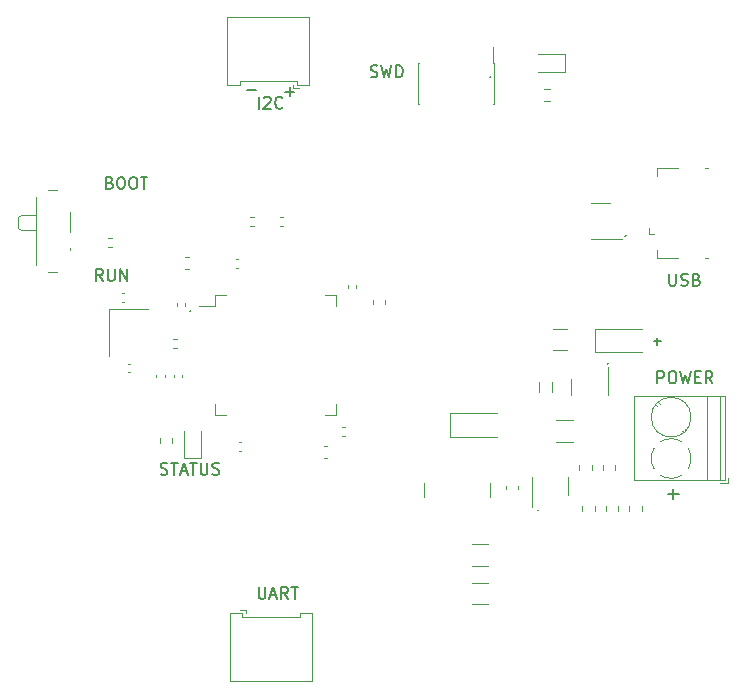
<source format=gbr>
%TF.GenerationSoftware,KiCad,Pcbnew,7.0.5*%
%TF.CreationDate,2023-07-30T01:34:42+05:30*%
%TF.ProjectId,STM32F4_test1,53544d33-3246-4345-9f74-657374312e6b,rev?*%
%TF.SameCoordinates,Original*%
%TF.FileFunction,Legend,Top*%
%TF.FilePolarity,Positive*%
%FSLAX46Y46*%
G04 Gerber Fmt 4.6, Leading zero omitted, Abs format (unit mm)*
G04 Created by KiCad (PCBNEW 7.0.5) date 2023-07-30 01:34:42*
%MOMM*%
%LPD*%
G01*
G04 APERTURE LIST*
%ADD10C,0.150000*%
%ADD11C,0.120000*%
G04 APERTURE END LIST*
D10*
X138314160Y-82922200D02*
X138457017Y-82969819D01*
X138457017Y-82969819D02*
X138695112Y-82969819D01*
X138695112Y-82969819D02*
X138790350Y-82922200D01*
X138790350Y-82922200D02*
X138837969Y-82874580D01*
X138837969Y-82874580D02*
X138885588Y-82779342D01*
X138885588Y-82779342D02*
X138885588Y-82684104D01*
X138885588Y-82684104D02*
X138837969Y-82588866D01*
X138837969Y-82588866D02*
X138790350Y-82541247D01*
X138790350Y-82541247D02*
X138695112Y-82493628D01*
X138695112Y-82493628D02*
X138504636Y-82446009D01*
X138504636Y-82446009D02*
X138409398Y-82398390D01*
X138409398Y-82398390D02*
X138361779Y-82350771D01*
X138361779Y-82350771D02*
X138314160Y-82255533D01*
X138314160Y-82255533D02*
X138314160Y-82160295D01*
X138314160Y-82160295D02*
X138361779Y-82065057D01*
X138361779Y-82065057D02*
X138409398Y-82017438D01*
X138409398Y-82017438D02*
X138504636Y-81969819D01*
X138504636Y-81969819D02*
X138742731Y-81969819D01*
X138742731Y-81969819D02*
X138885588Y-82017438D01*
X139218922Y-81969819D02*
X139457017Y-82969819D01*
X139457017Y-82969819D02*
X139647493Y-82255533D01*
X139647493Y-82255533D02*
X139837969Y-82969819D01*
X139837969Y-82969819D02*
X140076065Y-81969819D01*
X140457017Y-82969819D02*
X140457017Y-81969819D01*
X140457017Y-81969819D02*
X140695112Y-81969819D01*
X140695112Y-81969819D02*
X140837969Y-82017438D01*
X140837969Y-82017438D02*
X140933207Y-82112676D01*
X140933207Y-82112676D02*
X140980826Y-82207914D01*
X140980826Y-82207914D02*
X141028445Y-82398390D01*
X141028445Y-82398390D02*
X141028445Y-82541247D01*
X141028445Y-82541247D02*
X140980826Y-82731723D01*
X140980826Y-82731723D02*
X140933207Y-82826961D01*
X140933207Y-82826961D02*
X140837969Y-82922200D01*
X140837969Y-82922200D02*
X140695112Y-82969819D01*
X140695112Y-82969819D02*
X140457017Y-82969819D01*
X116220112Y-91896009D02*
X116362969Y-91943628D01*
X116362969Y-91943628D02*
X116410588Y-91991247D01*
X116410588Y-91991247D02*
X116458207Y-92086485D01*
X116458207Y-92086485D02*
X116458207Y-92229342D01*
X116458207Y-92229342D02*
X116410588Y-92324580D01*
X116410588Y-92324580D02*
X116362969Y-92372200D01*
X116362969Y-92372200D02*
X116267731Y-92419819D01*
X116267731Y-92419819D02*
X115886779Y-92419819D01*
X115886779Y-92419819D02*
X115886779Y-91419819D01*
X115886779Y-91419819D02*
X116220112Y-91419819D01*
X116220112Y-91419819D02*
X116315350Y-91467438D01*
X116315350Y-91467438D02*
X116362969Y-91515057D01*
X116362969Y-91515057D02*
X116410588Y-91610295D01*
X116410588Y-91610295D02*
X116410588Y-91705533D01*
X116410588Y-91705533D02*
X116362969Y-91800771D01*
X116362969Y-91800771D02*
X116315350Y-91848390D01*
X116315350Y-91848390D02*
X116220112Y-91896009D01*
X116220112Y-91896009D02*
X115886779Y-91896009D01*
X117077255Y-91419819D02*
X117267731Y-91419819D01*
X117267731Y-91419819D02*
X117362969Y-91467438D01*
X117362969Y-91467438D02*
X117458207Y-91562676D01*
X117458207Y-91562676D02*
X117505826Y-91753152D01*
X117505826Y-91753152D02*
X117505826Y-92086485D01*
X117505826Y-92086485D02*
X117458207Y-92276961D01*
X117458207Y-92276961D02*
X117362969Y-92372200D01*
X117362969Y-92372200D02*
X117267731Y-92419819D01*
X117267731Y-92419819D02*
X117077255Y-92419819D01*
X117077255Y-92419819D02*
X116982017Y-92372200D01*
X116982017Y-92372200D02*
X116886779Y-92276961D01*
X116886779Y-92276961D02*
X116839160Y-92086485D01*
X116839160Y-92086485D02*
X116839160Y-91753152D01*
X116839160Y-91753152D02*
X116886779Y-91562676D01*
X116886779Y-91562676D02*
X116982017Y-91467438D01*
X116982017Y-91467438D02*
X117077255Y-91419819D01*
X118124874Y-91419819D02*
X118315350Y-91419819D01*
X118315350Y-91419819D02*
X118410588Y-91467438D01*
X118410588Y-91467438D02*
X118505826Y-91562676D01*
X118505826Y-91562676D02*
X118553445Y-91753152D01*
X118553445Y-91753152D02*
X118553445Y-92086485D01*
X118553445Y-92086485D02*
X118505826Y-92276961D01*
X118505826Y-92276961D02*
X118410588Y-92372200D01*
X118410588Y-92372200D02*
X118315350Y-92419819D01*
X118315350Y-92419819D02*
X118124874Y-92419819D01*
X118124874Y-92419819D02*
X118029636Y-92372200D01*
X118029636Y-92372200D02*
X117934398Y-92276961D01*
X117934398Y-92276961D02*
X117886779Y-92086485D01*
X117886779Y-92086485D02*
X117886779Y-91753152D01*
X117886779Y-91753152D02*
X117934398Y-91562676D01*
X117934398Y-91562676D02*
X118029636Y-91467438D01*
X118029636Y-91467438D02*
X118124874Y-91419819D01*
X118839160Y-91419819D02*
X119410588Y-91419819D01*
X119124874Y-92419819D02*
X119124874Y-91419819D01*
X127811779Y-84088866D02*
X128573684Y-84088866D01*
X131086779Y-84188866D02*
X131848684Y-84188866D01*
X131467731Y-84569819D02*
X131467731Y-83807914D01*
X115633207Y-100219819D02*
X115299874Y-99743628D01*
X115061779Y-100219819D02*
X115061779Y-99219819D01*
X115061779Y-99219819D02*
X115442731Y-99219819D01*
X115442731Y-99219819D02*
X115537969Y-99267438D01*
X115537969Y-99267438D02*
X115585588Y-99315057D01*
X115585588Y-99315057D02*
X115633207Y-99410295D01*
X115633207Y-99410295D02*
X115633207Y-99553152D01*
X115633207Y-99553152D02*
X115585588Y-99648390D01*
X115585588Y-99648390D02*
X115537969Y-99696009D01*
X115537969Y-99696009D02*
X115442731Y-99743628D01*
X115442731Y-99743628D02*
X115061779Y-99743628D01*
X116061779Y-99219819D02*
X116061779Y-100029342D01*
X116061779Y-100029342D02*
X116109398Y-100124580D01*
X116109398Y-100124580D02*
X116157017Y-100172200D01*
X116157017Y-100172200D02*
X116252255Y-100219819D01*
X116252255Y-100219819D02*
X116442731Y-100219819D01*
X116442731Y-100219819D02*
X116537969Y-100172200D01*
X116537969Y-100172200D02*
X116585588Y-100124580D01*
X116585588Y-100124580D02*
X116633207Y-100029342D01*
X116633207Y-100029342D02*
X116633207Y-99219819D01*
X117109398Y-100219819D02*
X117109398Y-99219819D01*
X117109398Y-99219819D02*
X117680826Y-100219819D01*
X117680826Y-100219819D02*
X117680826Y-99219819D01*
X163484398Y-118263200D02*
X164398684Y-118263200D01*
X163941541Y-118720342D02*
X163941541Y-117806057D01*
X162289160Y-105339533D02*
X162898684Y-105339533D01*
X162593922Y-105644295D02*
X162593922Y-105034771D01*
X148455902Y-82925000D02*
G75*
G03*
X148455902Y-82925000I-55902J0D01*
G01*
X159905902Y-96375000D02*
G75*
G03*
X159905902Y-96375000I-55902J0D01*
G01*
X158430902Y-107225000D02*
G75*
G03*
X158430902Y-107225000I-55902J0D01*
G01*
X152480902Y-119625000D02*
G75*
G03*
X152480902Y-119625000I-55902J0D01*
G01*
X123055902Y-102725000D02*
G75*
G03*
X123055902Y-102725000I-55902J0D01*
G01*
X120539160Y-116572200D02*
X120682017Y-116619819D01*
X120682017Y-116619819D02*
X120920112Y-116619819D01*
X120920112Y-116619819D02*
X121015350Y-116572200D01*
X121015350Y-116572200D02*
X121062969Y-116524580D01*
X121062969Y-116524580D02*
X121110588Y-116429342D01*
X121110588Y-116429342D02*
X121110588Y-116334104D01*
X121110588Y-116334104D02*
X121062969Y-116238866D01*
X121062969Y-116238866D02*
X121015350Y-116191247D01*
X121015350Y-116191247D02*
X120920112Y-116143628D01*
X120920112Y-116143628D02*
X120729636Y-116096009D01*
X120729636Y-116096009D02*
X120634398Y-116048390D01*
X120634398Y-116048390D02*
X120586779Y-116000771D01*
X120586779Y-116000771D02*
X120539160Y-115905533D01*
X120539160Y-115905533D02*
X120539160Y-115810295D01*
X120539160Y-115810295D02*
X120586779Y-115715057D01*
X120586779Y-115715057D02*
X120634398Y-115667438D01*
X120634398Y-115667438D02*
X120729636Y-115619819D01*
X120729636Y-115619819D02*
X120967731Y-115619819D01*
X120967731Y-115619819D02*
X121110588Y-115667438D01*
X121396303Y-115619819D02*
X121967731Y-115619819D01*
X121682017Y-116619819D02*
X121682017Y-115619819D01*
X122253446Y-116334104D02*
X122729636Y-116334104D01*
X122158208Y-116619819D02*
X122491541Y-115619819D01*
X122491541Y-115619819D02*
X122824874Y-116619819D01*
X123015351Y-115619819D02*
X123586779Y-115619819D01*
X123301065Y-116619819D02*
X123301065Y-115619819D01*
X123920113Y-115619819D02*
X123920113Y-116429342D01*
X123920113Y-116429342D02*
X123967732Y-116524580D01*
X123967732Y-116524580D02*
X124015351Y-116572200D01*
X124015351Y-116572200D02*
X124110589Y-116619819D01*
X124110589Y-116619819D02*
X124301065Y-116619819D01*
X124301065Y-116619819D02*
X124396303Y-116572200D01*
X124396303Y-116572200D02*
X124443922Y-116524580D01*
X124443922Y-116524580D02*
X124491541Y-116429342D01*
X124491541Y-116429342D02*
X124491541Y-115619819D01*
X124920113Y-116572200D02*
X125062970Y-116619819D01*
X125062970Y-116619819D02*
X125301065Y-116619819D01*
X125301065Y-116619819D02*
X125396303Y-116572200D01*
X125396303Y-116572200D02*
X125443922Y-116524580D01*
X125443922Y-116524580D02*
X125491541Y-116429342D01*
X125491541Y-116429342D02*
X125491541Y-116334104D01*
X125491541Y-116334104D02*
X125443922Y-116238866D01*
X125443922Y-116238866D02*
X125396303Y-116191247D01*
X125396303Y-116191247D02*
X125301065Y-116143628D01*
X125301065Y-116143628D02*
X125110589Y-116096009D01*
X125110589Y-116096009D02*
X125015351Y-116048390D01*
X125015351Y-116048390D02*
X124967732Y-116000771D01*
X124967732Y-116000771D02*
X124920113Y-115905533D01*
X124920113Y-115905533D02*
X124920113Y-115810295D01*
X124920113Y-115810295D02*
X124967732Y-115715057D01*
X124967732Y-115715057D02*
X125015351Y-115667438D01*
X125015351Y-115667438D02*
X125110589Y-115619819D01*
X125110589Y-115619819D02*
X125348684Y-115619819D01*
X125348684Y-115619819D02*
X125491541Y-115667438D01*
X162586779Y-108869819D02*
X162586779Y-107869819D01*
X162586779Y-107869819D02*
X162967731Y-107869819D01*
X162967731Y-107869819D02*
X163062969Y-107917438D01*
X163062969Y-107917438D02*
X163110588Y-107965057D01*
X163110588Y-107965057D02*
X163158207Y-108060295D01*
X163158207Y-108060295D02*
X163158207Y-108203152D01*
X163158207Y-108203152D02*
X163110588Y-108298390D01*
X163110588Y-108298390D02*
X163062969Y-108346009D01*
X163062969Y-108346009D02*
X162967731Y-108393628D01*
X162967731Y-108393628D02*
X162586779Y-108393628D01*
X163777255Y-107869819D02*
X163967731Y-107869819D01*
X163967731Y-107869819D02*
X164062969Y-107917438D01*
X164062969Y-107917438D02*
X164158207Y-108012676D01*
X164158207Y-108012676D02*
X164205826Y-108203152D01*
X164205826Y-108203152D02*
X164205826Y-108536485D01*
X164205826Y-108536485D02*
X164158207Y-108726961D01*
X164158207Y-108726961D02*
X164062969Y-108822200D01*
X164062969Y-108822200D02*
X163967731Y-108869819D01*
X163967731Y-108869819D02*
X163777255Y-108869819D01*
X163777255Y-108869819D02*
X163682017Y-108822200D01*
X163682017Y-108822200D02*
X163586779Y-108726961D01*
X163586779Y-108726961D02*
X163539160Y-108536485D01*
X163539160Y-108536485D02*
X163539160Y-108203152D01*
X163539160Y-108203152D02*
X163586779Y-108012676D01*
X163586779Y-108012676D02*
X163682017Y-107917438D01*
X163682017Y-107917438D02*
X163777255Y-107869819D01*
X164539160Y-107869819D02*
X164777255Y-108869819D01*
X164777255Y-108869819D02*
X164967731Y-108155533D01*
X164967731Y-108155533D02*
X165158207Y-108869819D01*
X165158207Y-108869819D02*
X165396303Y-107869819D01*
X165777255Y-108346009D02*
X166110588Y-108346009D01*
X166253445Y-108869819D02*
X165777255Y-108869819D01*
X165777255Y-108869819D02*
X165777255Y-107869819D01*
X165777255Y-107869819D02*
X166253445Y-107869819D01*
X167253445Y-108869819D02*
X166920112Y-108393628D01*
X166682017Y-108869819D02*
X166682017Y-107869819D01*
X166682017Y-107869819D02*
X167062969Y-107869819D01*
X167062969Y-107869819D02*
X167158207Y-107917438D01*
X167158207Y-107917438D02*
X167205826Y-107965057D01*
X167205826Y-107965057D02*
X167253445Y-108060295D01*
X167253445Y-108060295D02*
X167253445Y-108203152D01*
X167253445Y-108203152D02*
X167205826Y-108298390D01*
X167205826Y-108298390D02*
X167158207Y-108346009D01*
X167158207Y-108346009D02*
X167062969Y-108393628D01*
X167062969Y-108393628D02*
X166682017Y-108393628D01*
X163586779Y-99619819D02*
X163586779Y-100429342D01*
X163586779Y-100429342D02*
X163634398Y-100524580D01*
X163634398Y-100524580D02*
X163682017Y-100572200D01*
X163682017Y-100572200D02*
X163777255Y-100619819D01*
X163777255Y-100619819D02*
X163967731Y-100619819D01*
X163967731Y-100619819D02*
X164062969Y-100572200D01*
X164062969Y-100572200D02*
X164110588Y-100524580D01*
X164110588Y-100524580D02*
X164158207Y-100429342D01*
X164158207Y-100429342D02*
X164158207Y-99619819D01*
X164586779Y-100572200D02*
X164729636Y-100619819D01*
X164729636Y-100619819D02*
X164967731Y-100619819D01*
X164967731Y-100619819D02*
X165062969Y-100572200D01*
X165062969Y-100572200D02*
X165110588Y-100524580D01*
X165110588Y-100524580D02*
X165158207Y-100429342D01*
X165158207Y-100429342D02*
X165158207Y-100334104D01*
X165158207Y-100334104D02*
X165110588Y-100238866D01*
X165110588Y-100238866D02*
X165062969Y-100191247D01*
X165062969Y-100191247D02*
X164967731Y-100143628D01*
X164967731Y-100143628D02*
X164777255Y-100096009D01*
X164777255Y-100096009D02*
X164682017Y-100048390D01*
X164682017Y-100048390D02*
X164634398Y-100000771D01*
X164634398Y-100000771D02*
X164586779Y-99905533D01*
X164586779Y-99905533D02*
X164586779Y-99810295D01*
X164586779Y-99810295D02*
X164634398Y-99715057D01*
X164634398Y-99715057D02*
X164682017Y-99667438D01*
X164682017Y-99667438D02*
X164777255Y-99619819D01*
X164777255Y-99619819D02*
X165015350Y-99619819D01*
X165015350Y-99619819D02*
X165158207Y-99667438D01*
X165920112Y-100096009D02*
X166062969Y-100143628D01*
X166062969Y-100143628D02*
X166110588Y-100191247D01*
X166110588Y-100191247D02*
X166158207Y-100286485D01*
X166158207Y-100286485D02*
X166158207Y-100429342D01*
X166158207Y-100429342D02*
X166110588Y-100524580D01*
X166110588Y-100524580D02*
X166062969Y-100572200D01*
X166062969Y-100572200D02*
X165967731Y-100619819D01*
X165967731Y-100619819D02*
X165586779Y-100619819D01*
X165586779Y-100619819D02*
X165586779Y-99619819D01*
X165586779Y-99619819D02*
X165920112Y-99619819D01*
X165920112Y-99619819D02*
X166015350Y-99667438D01*
X166015350Y-99667438D02*
X166062969Y-99715057D01*
X166062969Y-99715057D02*
X166110588Y-99810295D01*
X166110588Y-99810295D02*
X166110588Y-99905533D01*
X166110588Y-99905533D02*
X166062969Y-100000771D01*
X166062969Y-100000771D02*
X166015350Y-100048390D01*
X166015350Y-100048390D02*
X165920112Y-100096009D01*
X165920112Y-100096009D02*
X165586779Y-100096009D01*
X128836779Y-126119819D02*
X128836779Y-126929342D01*
X128836779Y-126929342D02*
X128884398Y-127024580D01*
X128884398Y-127024580D02*
X128932017Y-127072200D01*
X128932017Y-127072200D02*
X129027255Y-127119819D01*
X129027255Y-127119819D02*
X129217731Y-127119819D01*
X129217731Y-127119819D02*
X129312969Y-127072200D01*
X129312969Y-127072200D02*
X129360588Y-127024580D01*
X129360588Y-127024580D02*
X129408207Y-126929342D01*
X129408207Y-126929342D02*
X129408207Y-126119819D01*
X129836779Y-126834104D02*
X130312969Y-126834104D01*
X129741541Y-127119819D02*
X130074874Y-126119819D01*
X130074874Y-126119819D02*
X130408207Y-127119819D01*
X131312969Y-127119819D02*
X130979636Y-126643628D01*
X130741541Y-127119819D02*
X130741541Y-126119819D01*
X130741541Y-126119819D02*
X131122493Y-126119819D01*
X131122493Y-126119819D02*
X131217731Y-126167438D01*
X131217731Y-126167438D02*
X131265350Y-126215057D01*
X131265350Y-126215057D02*
X131312969Y-126310295D01*
X131312969Y-126310295D02*
X131312969Y-126453152D01*
X131312969Y-126453152D02*
X131265350Y-126548390D01*
X131265350Y-126548390D02*
X131217731Y-126596009D01*
X131217731Y-126596009D02*
X131122493Y-126643628D01*
X131122493Y-126643628D02*
X130741541Y-126643628D01*
X131598684Y-126119819D02*
X132170112Y-126119819D01*
X131884398Y-127119819D02*
X131884398Y-126119819D01*
X128836779Y-85619819D02*
X128836779Y-84619819D01*
X129265350Y-84715057D02*
X129312969Y-84667438D01*
X129312969Y-84667438D02*
X129408207Y-84619819D01*
X129408207Y-84619819D02*
X129646302Y-84619819D01*
X129646302Y-84619819D02*
X129741540Y-84667438D01*
X129741540Y-84667438D02*
X129789159Y-84715057D01*
X129789159Y-84715057D02*
X129836778Y-84810295D01*
X129836778Y-84810295D02*
X129836778Y-84905533D01*
X129836778Y-84905533D02*
X129789159Y-85048390D01*
X129789159Y-85048390D02*
X129217731Y-85619819D01*
X129217731Y-85619819D02*
X129836778Y-85619819D01*
X130836778Y-85524580D02*
X130789159Y-85572200D01*
X130789159Y-85572200D02*
X130646302Y-85619819D01*
X130646302Y-85619819D02*
X130551064Y-85619819D01*
X130551064Y-85619819D02*
X130408207Y-85572200D01*
X130408207Y-85572200D02*
X130312969Y-85476961D01*
X130312969Y-85476961D02*
X130265350Y-85381723D01*
X130265350Y-85381723D02*
X130217731Y-85191247D01*
X130217731Y-85191247D02*
X130217731Y-85048390D01*
X130217731Y-85048390D02*
X130265350Y-84857914D01*
X130265350Y-84857914D02*
X130312969Y-84762676D01*
X130312969Y-84762676D02*
X130408207Y-84667438D01*
X130408207Y-84667438D02*
X130551064Y-84619819D01*
X130551064Y-84619819D02*
X130646302Y-84619819D01*
X130646302Y-84619819D02*
X130789159Y-84667438D01*
X130789159Y-84667438D02*
X130836778Y-84715057D01*
D11*
%TO.C,J2*%
X148775000Y-81735000D02*
X148710000Y-81735000D01*
X148710000Y-80410000D02*
X148710000Y-81735000D01*
X142370000Y-85265000D02*
X142305000Y-85265000D01*
X148775000Y-85265000D02*
X148710000Y-85265000D01*
X148775000Y-81735000D02*
X148775000Y-85265000D01*
X142305000Y-81735000D02*
X142305000Y-85265000D01*
X142370000Y-81735000D02*
X142305000Y-81735000D01*
%TO.C,J3*%
X133110000Y-83610000D02*
X133110000Y-77890000D01*
X133110000Y-77890000D02*
X129625000Y-77890000D01*
X132040000Y-83610000D02*
X133110000Y-83610000D01*
X132040000Y-83310000D02*
X132040000Y-83610000D01*
X131750000Y-83900000D02*
X132250000Y-83900000D01*
X131750000Y-83600000D02*
X131750000Y-83900000D01*
X129625000Y-83310000D02*
X132040000Y-83310000D01*
X129625000Y-83310000D02*
X127210000Y-83310000D01*
X127210000Y-83610000D02*
X126140000Y-83610000D01*
X127210000Y-83310000D02*
X127210000Y-83610000D01*
X126140000Y-83610000D02*
X126140000Y-77890000D01*
X126140000Y-77890000D02*
X129625000Y-77890000D01*
%TO.C,L2*%
X142825000Y-117337500D02*
X142825000Y-118537500D01*
X148425000Y-118537500D02*
X148425000Y-117337500D01*
%TO.C,C12*%
X117977836Y-107960000D02*
X117762164Y-107960000D01*
X117977836Y-107240000D02*
X117762164Y-107240000D01*
%TO.C,C15*%
X148286252Y-124347500D02*
X146863748Y-124347500D01*
X148286252Y-122527500D02*
X146863748Y-122527500D01*
%TO.C,C5*%
X127357836Y-114610000D02*
X127142164Y-114610000D01*
X127357836Y-113890000D02*
X127142164Y-113890000D01*
%TO.C,R2*%
X121903641Y-105880000D02*
X121596359Y-105880000D01*
X121903641Y-105120000D02*
X121596359Y-105120000D01*
%TO.C,FB1*%
X152565000Y-109587122D02*
X152565000Y-108787878D01*
X153685000Y-109587122D02*
X153685000Y-108787878D01*
%TO.C,R4*%
X157022500Y-115762742D02*
X157022500Y-116237258D01*
X155977500Y-115762742D02*
X155977500Y-116237258D01*
%TO.C,R7*%
X159272500Y-119262742D02*
X159272500Y-119737258D01*
X158227500Y-119262742D02*
X158227500Y-119737258D01*
%TO.C,U2*%
X157800000Y-96697500D02*
X159600000Y-96697500D01*
X157800000Y-96697500D02*
X157000000Y-96697500D01*
X157800000Y-93577500D02*
X158600000Y-93577500D01*
X157800000Y-93577500D02*
X157000000Y-93577500D01*
%TO.C,R8*%
X160227500Y-119737258D02*
X160227500Y-119262742D01*
X161272500Y-119737258D02*
X161272500Y-119262742D01*
%TO.C,C17*%
X148286252Y-127597500D02*
X146863748Y-127597500D01*
X148286252Y-125777500D02*
X146863748Y-125777500D01*
%TO.C,C11*%
X117242164Y-101240000D02*
X117457836Y-101240000D01*
X117242164Y-101960000D02*
X117457836Y-101960000D01*
%TO.C,D1*%
X122515000Y-115247500D02*
X123985000Y-115247500D01*
X123985000Y-115247500D02*
X123985000Y-112962500D01*
X122515000Y-112962500D02*
X122515000Y-115247500D01*
%TO.C,J1*%
X167910000Y-117300000D02*
X168550000Y-117300000D01*
X168550000Y-117300000D02*
X168550000Y-116900000D01*
X160590000Y-117060000D02*
X168310000Y-117060000D01*
X160590000Y-117060000D02*
X160590000Y-109940000D01*
X166750000Y-117060000D02*
X166750000Y-109940000D01*
X167850000Y-117060000D02*
X167850000Y-109940000D01*
X168310000Y-117060000D02*
X168310000Y-109940000D01*
X164691000Y-112895000D02*
X164819000Y-113024000D01*
X164931000Y-112725000D02*
X165024000Y-112819000D01*
X162475000Y-110680000D02*
X162569000Y-110774000D01*
X162681000Y-110475000D02*
X162809000Y-110604000D01*
X160590000Y-109940000D02*
X168310000Y-109940000D01*
X162884000Y-116690000D02*
G75*
G03*
X164639894Y-116675358I866000J1439998D01*
G01*
X162310000Y-114384000D02*
G75*
G03*
X162324642Y-116139894I1439998J-866000D01*
G01*
X165190000Y-116116000D02*
G75*
G03*
X165430098Y-115221326I-1440014J866003D01*
G01*
X165429999Y-115250000D02*
G75*
G03*
X165174720Y-114359736I-1679989J3D01*
G01*
X164640999Y-113825001D02*
G75*
G03*
X162859808Y-113824497I-890999J-1425002D01*
G01*
X165430000Y-111750000D02*
G75*
G03*
X165430000Y-111750000I-1680000J0D01*
G01*
%TO.C,R9*%
X130913641Y-95605000D02*
X130606359Y-95605000D01*
X130913641Y-94845000D02*
X130606359Y-94845000D01*
%TO.C,C2*%
X134359420Y-114215000D02*
X134640580Y-114215000D01*
X134359420Y-115235000D02*
X134640580Y-115235000D01*
%TO.C,R6*%
X156227500Y-119737258D02*
X156227500Y-119262742D01*
X157272500Y-119737258D02*
X157272500Y-119262742D01*
%TO.C,Y1*%
X119500000Y-102600000D02*
X116200000Y-102600000D01*
X116200000Y-102600000D02*
X116200000Y-106600000D01*
%TO.C,D4*%
X154735000Y-82485000D02*
X154735000Y-81015000D01*
X154735000Y-81015000D02*
X152450000Y-81015000D01*
X152450000Y-82485000D02*
X154735000Y-82485000D01*
%TO.C,MP2359DJ-LF-Z1*%
X151940000Y-117575000D02*
X151940000Y-119375000D01*
X151940000Y-117575000D02*
X151940000Y-116775000D01*
X155060000Y-117575000D02*
X155060000Y-118375000D01*
X155060000Y-117575000D02*
X155060000Y-116775000D01*
%TO.C,D3*%
X157290000Y-104250000D02*
X157290000Y-106250000D01*
X157290000Y-104250000D02*
X161300000Y-104250000D01*
X157290000Y-106250000D02*
X161300000Y-106250000D01*
%TO.C,C4*%
X121890000Y-102332836D02*
X121890000Y-102117164D01*
X122610000Y-102332836D02*
X122610000Y-102117164D01*
%TO.C,F1*%
X153747936Y-104277500D02*
X154952064Y-104277500D01*
X153747936Y-106097500D02*
X154952064Y-106097500D01*
%TO.C,C10*%
X121640000Y-108377836D02*
X121640000Y-108162164D01*
X122360000Y-108377836D02*
X122360000Y-108162164D01*
%TO.C,C7*%
X136390000Y-100812836D02*
X136390000Y-100597164D01*
X137110000Y-100812836D02*
X137110000Y-100597164D01*
%TO.C,R3*%
X121522500Y-113487742D02*
X121522500Y-113962258D01*
X120477500Y-113487742D02*
X120477500Y-113962258D01*
%TO.C,C13*%
X154038748Y-112027500D02*
X155461252Y-112027500D01*
X154038748Y-113847500D02*
X155461252Y-113847500D01*
%TO.C,C6*%
X135892164Y-112615000D02*
X136107836Y-112615000D01*
X135892164Y-113335000D02*
X136107836Y-113335000D01*
%TO.C,C9*%
X120140000Y-108377836D02*
X120140000Y-108162164D01*
X120860000Y-108377836D02*
X120860000Y-108162164D01*
%TO.C,U1*%
X125140000Y-101365000D02*
X125140000Y-102315000D01*
X125140000Y-102315000D02*
X123800000Y-102315000D01*
X125140000Y-111585000D02*
X125140000Y-110635000D01*
X126090000Y-101365000D02*
X125140000Y-101365000D01*
X126090000Y-111585000D02*
X125140000Y-111585000D01*
X134410000Y-101365000D02*
X135360000Y-101365000D01*
X134410000Y-111585000D02*
X135360000Y-111585000D01*
X135360000Y-101365000D02*
X135360000Y-102315000D01*
X135360000Y-111585000D02*
X135360000Y-110635000D01*
%TO.C,J4*%
X126390000Y-128340000D02*
X126390000Y-134060000D01*
X126390000Y-134060000D02*
X129875000Y-134060000D01*
X127460000Y-128340000D02*
X126390000Y-128340000D01*
X127460000Y-128640000D02*
X127460000Y-128340000D01*
X127750000Y-128050000D02*
X127250000Y-128050000D01*
X127750000Y-128350000D02*
X127750000Y-128050000D01*
X129875000Y-128640000D02*
X127460000Y-128640000D01*
X129875000Y-128640000D02*
X132290000Y-128640000D01*
X132290000Y-128340000D02*
X133360000Y-128340000D01*
X132290000Y-128640000D02*
X132290000Y-128340000D01*
X133360000Y-128340000D02*
X133360000Y-134060000D01*
X133360000Y-134060000D02*
X129875000Y-134060000D01*
%TO.C,C14*%
X149790000Y-117828080D02*
X149790000Y-117546920D01*
X150810000Y-117828080D02*
X150810000Y-117546920D01*
%TO.C,D2*%
X145040000Y-111437500D02*
X145040000Y-113437500D01*
X145040000Y-111437500D02*
X149050000Y-111437500D01*
X145040000Y-113437500D02*
X149050000Y-113437500D01*
%TO.C,C1*%
X138490000Y-102140580D02*
X138490000Y-101859420D01*
X139510000Y-102140580D02*
X139510000Y-101859420D01*
%TO.C,C8*%
X126892164Y-98390000D02*
X127107836Y-98390000D01*
X126892164Y-99110000D02*
X127107836Y-99110000D01*
%TO.C,C3*%
X122890580Y-99235000D02*
X122609420Y-99235000D01*
X122890580Y-98215000D02*
X122609420Y-98215000D01*
%TO.C,SW1*%
X111795000Y-92550000D02*
X111005000Y-92550000D01*
X109995000Y-93150000D02*
X109995000Y-98850000D01*
X112845000Y-94400000D02*
X112845000Y-96100000D01*
X109995000Y-94600000D02*
X108705000Y-94600000D01*
X108705000Y-94600000D02*
X108495000Y-94800000D01*
X108495000Y-94800000D02*
X108495000Y-95700000D01*
X108705000Y-95900000D02*
X108495000Y-95700000D01*
X108705000Y-95900000D02*
X109995000Y-95900000D01*
X112845000Y-97400000D02*
X112845000Y-97600000D01*
X111005000Y-99450000D02*
X111795000Y-99450000D01*
%TO.C,J5*%
X162570000Y-98260000D02*
X162570000Y-97600000D01*
X164300000Y-98260000D02*
X162570000Y-98260000D01*
X166870000Y-98260000D02*
X166660000Y-98260000D01*
X161870000Y-96210000D02*
X162260000Y-96210000D01*
X161870000Y-96210000D02*
X161870000Y-95760000D01*
X162570000Y-90640000D02*
X162570000Y-91290000D01*
X164300000Y-90640000D02*
X162570000Y-90640000D01*
X166870000Y-90640000D02*
X166660000Y-90640000D01*
%TO.C,R10*%
X128096359Y-94845000D02*
X128403641Y-94845000D01*
X128096359Y-95605000D02*
X128403641Y-95605000D01*
%TO.C,Q1*%
X158372500Y-109187500D02*
X158372500Y-107512500D01*
X158372500Y-109187500D02*
X158372500Y-109837500D01*
X155252500Y-109187500D02*
X155252500Y-108537500D01*
X155252500Y-109187500D02*
X155252500Y-109837500D01*
%TO.C,R1*%
X116403641Y-97355000D02*
X116096359Y-97355000D01*
X116403641Y-96595000D02*
X116096359Y-96595000D01*
%TO.C,R5*%
X157977500Y-116237258D02*
X157977500Y-115762742D01*
X159022500Y-116237258D02*
X159022500Y-115762742D01*
%TO.C,R11*%
X153487258Y-85022500D02*
X153012742Y-85022500D01*
X153487258Y-83977500D02*
X153012742Y-83977500D01*
%TD*%
M02*

</source>
